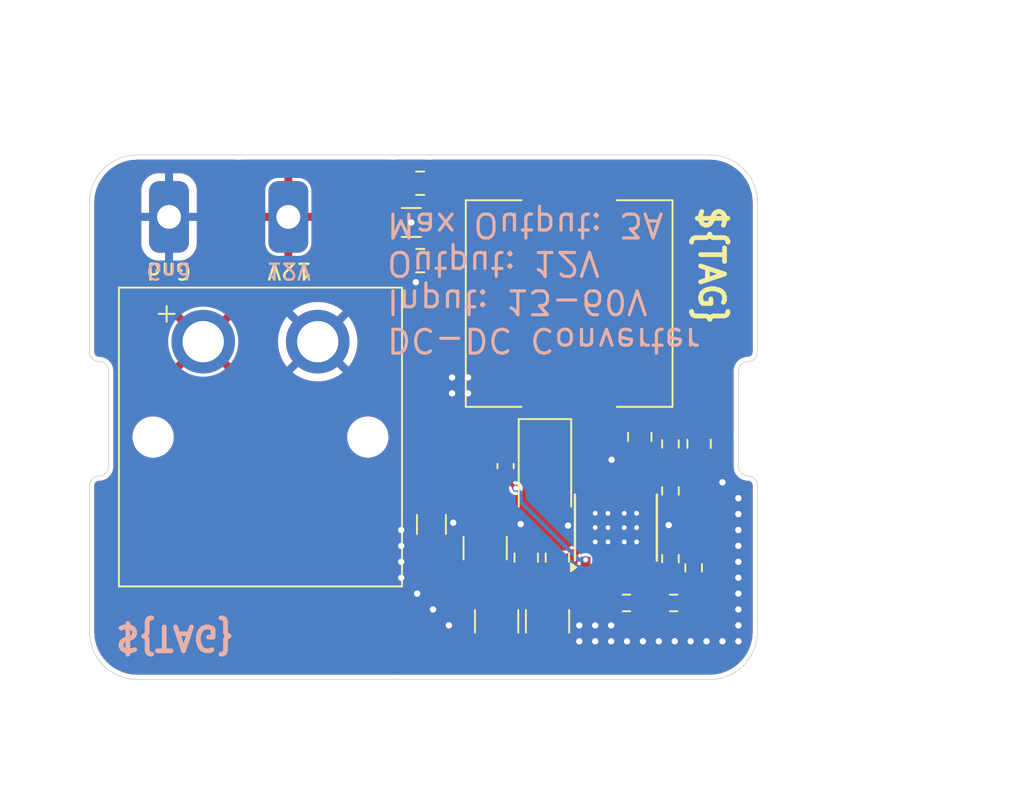
<source format=kicad_pcb>
(kicad_pcb (version 20240108) (generator "pcbnew") (generator_version "8.0")
  (layers (0 "F.Cu" signal) (1 "In1.Cu" signal) (2 "In2.Cu" signal) (31 "B.Cu" signal) (34 "B.Paste" user) (35 "F.Paste" user) (36 "B.SilkS" user "B.Silkscreen") (37 "F.SilkS" user "F.Silkscreen") (38 "B.Mask" user) (39 "F.Mask" user) (44 "Edge.Cuts" user))
  (net 0 "")
  (net 1 "GND")
  (net 2 "+12V")
  (net 3 "VCC")
  (net 4 "/Boot")
  (net 5 "Net-(R5-Pad2)")
  (net 6 "/SW")
  (net 7 "/VCC_Pre_Fuse")
  (net 8 "/12V_Fused")
  (net 9 "Net-(U1-RT{slash}SYNC)")
  (net 10 "/FB")
  (net 11 "/EN")
  (footprint "Fuse:Fuse_1206_3216Metric_Pad1.42x1.75mm_HandSolder" (layer "F.Cu") (at 118.4375 39.45)
    (property "Reference" "F2" (hide yes))
    (property "Value" "4A")
    (fp_line (start -0.602064 -0.91) (end 0.602064 -0.91) (stroke (width 0.12)) (layer "F.SilkS"))
    (fp_line (start -0.602064 0.91) (end 0.602064 0.91) (stroke (width 0.12)) (layer "F.SilkS"))
    (pad "1" smd roundrect (at -1.4875 0) (size 1.425 1.75) (layers "F.Cu" "F.Paste" "F.Mask") (roundrect_rratio 0.175439) (net 8 "/12V_Fused"))
    (pad "2" smd roundrect (at 1.4875 0) (size 1.425 1.75) (layers "F.Cu" "F.Paste" "F.Mask") (roundrect_rratio 0.175439) (net 2 "+12V"))
  )
  (footprint "battery-dc-dc-converter:hole-pad" (layer "F.Cu") (at 103.2 39.2)
    (property "Reference" "J3" (hide yes))
    (property "Value" "Conn_01x01")
    (pad "1" thru_hole roundrect (at 0 -0.1) (size 2.5 4.5) (drill 1.5) (layers "*.Cu" "*.Mask") (net 1 "GND"))
  )
  (footprint "battery-dc-dc-converter:hole-pad" (layer "F.Cu") (at 110.7 39.2)
    (property "Reference" "J2" (hide yes))
    (property "Value" "Conn_01x01")
    (pad "1" thru_hole roundrect (at 0 -0.1) (size 2.5 4.5) (drill 1.5) (layers "*.Cu" "*.Mask") (net 8 "/12V_Fused"))
  )
  (footprint "Resistor_SMD:R_0603_1608Metric" (layer "F.Cu") (at 134.73 60.6 90)
    (property "Reference" "R1" (hide yes))
    (property "Value" "49K9")
    (fp_line (start -0.237258 -0.5225) (end 0.237258 -0.5225) (stroke (width 0.12)) (layer "F.SilkS"))
    (fp_line (start -0.237258 0.5225) (end 0.237258 0.5225) (stroke (width 0.12)) (layer "F.SilkS"))
    (pad "1" smd roundrect (at -0.825 0 90) (size 0.8 0.95) (layers "F.Cu" "F.Paste" "F.Mask") (net 9 "Net-(U1-RT{slash}SYNC)"))
    (pad "2" smd roundrect (at 0.825 0 90) (size 0.8 0.95) (layers "F.Cu" "F.Paste" "F.Mask") (net 1 "GND"))
  )
  (footprint "Capacitor_SMD:C_0805_2012Metric" (layer "F.Cu") (at 132.8 52.94 -90)
    (property "Reference" "C1" (hide yes))
    (property "Value" "22uF")
    (fp_line (start -0.261252 0.735) (end 0.261252 0.735) (stroke (width 0.12)) (layer "F.SilkS"))
    (fp_line (start -0.261252 -0.735) (end 0.261252 -0.735) (stroke (width 0.12)) (layer "F.SilkS"))
    (pad "1" smd roundrect (at -0.95 0 270) (size 1 1.45) (layers "F.Cu" "F.Paste" "F.Mask") (net 2 "+12V"))
    (pad "2" smd roundrect (at 0.95 0 270) (size 1 1.45) (layers "F.Cu" "F.Paste" "F.Mask") (net 1 "GND"))
  )
  (footprint "Capacitor_SMD:C_0805_2012Metric" (layer "F.Cu") (at 127.62 60.54 90)
    (property "Reference" "C7" (hide yes))
    (property "Value" "220nF")
    (fp_line (start -0.261252 -0.735) (end 0.261252 -0.735) (stroke (width 0.12)) (layer "F.SilkS"))
    (fp_line (start -0.261252 0.735) (end 0.261252 0.735) (stroke (width 0.12)) (layer "F.SilkS"))
    (pad "1" smd roundrect (at -0.95 0 90) (size 1 1.45) (layers "F.Cu" "F.Paste" "F.Mask") (net 3 "VCC"))
    (pad "2" smd roundrect (at 0.95 0 90) (size 1 1.45) (layers "F.Cu" "F.Paste" "F.Mask") (net 1 "GND"))
  )
  (footprint "Diode_SMD:D_SMA" (layer "F.Cu") (at 126.84 55.33 -90)
    (property "Reference" "D1" (hide yes))
    (property "Value" "D_Shockley")
    (fp_line (start -3.51 1.65) (end 2 1.65) (stroke (width 0.12)) (layer "F.SilkS"))
    (fp_line (start -3.51 -1.65) (end -3.51 1.65) (stroke (width 0.12)) (layer "F.SilkS"))
    (fp_line (start -3.51 -1.65) (end 2 -1.65) (stroke (width 0.12)) (layer "F.SilkS"))
    (pad "1" smd roundrect (at -2 0 270) (size 2.5 1.8) (layers "F.Cu" "F.Paste" "F.Mask") (roundrect_rratio 0.1388888889) (net 6 "/SW"))
    (pad "2" smd roundrect (at 2 0 270) (size 2.5 1.8) (layers "F.Cu" "F.Paste" "F.Mask") (roundrect_rratio 0.1388888889) (net 1 "GND"))
  )
  (footprint "Capacitor_SMD:C_0603_1608Metric" (layer "F.Cu") (at 124.36 54.78 -90)
    (property "Reference" "C4" (hide yes))
    (property "Value" "100nF")
    (fp_line (start -0.14058 0.51) (end 0.14058 0.51) (stroke (width 0.12)) (layer "F.SilkS"))
    (fp_line (start -0.14058 -0.51) (end 0.14058 -0.51) (stroke (width 0.12)) (layer "F.SilkS"))
    (pad "1" smd roundrect (at -0.775 0 270) (size 0.9 0.95) (layers "F.Cu" "F.Paste" "F.Mask") (net 6 "/SW"))
    (pad "2" smd roundrect (at 0.775 0 270) (size 0.9 0.95) (layers "F.Cu" "F.Paste" "F.Mask") (net 4 "/Boot"))
  )
  (footprint "Capacitor_SMD:C_0805_2012Metric" (layer "F.Cu") (at 125.66 60.54 90)
    (property "Reference" "C3" (hide yes))
    (property "Value" "220nF")
    (fp_line (start -0.261252 -0.735) (end 0.261252 -0.735) (stroke (width 0.12)) (layer "F.SilkS"))
    (fp_line (start -0.261252 0.735) (end 0.261252 0.735) (stroke (width 0.12)) (layer "F.SilkS"))
    (pad "1" smd roundrect (at -0.95 0 90) (size 1 1.45) (layers "F.Cu" "F.Paste" "F.Mask") (net 3 "VCC"))
    (pad "2" smd roundrect (at 0.95 0 90) (size 1 1.45) (layers "F.Cu" "F.Paste" "F.Mask") (net 1 "GND"))
  )
  (footprint "Resistor_SMD:R_0603_1608Metric" (layer "F.Cu") (at 134.73 56.34 -90)
    (property "Reference" "R3" (hide yes))
    (property "Value" "10K")
    (fp_line (start -0.237258 0.5225) (end 0.237258 0.5225) (stroke (width 0.12)) (layer "F.SilkS"))
    (fp_line (start -0.237258 -0.5225) (end 0.237258 -0.5225) (stroke (width 0.12)) (layer "F.SilkS"))
    (pad "1" smd roundrect (at -0.825 0 270) (size 0.8 0.95) (layers "F.Cu" "F.Paste" "F.Mask") (net 10 "/FB"))
    (pad "2" smd roundrect (at 0.825 0 270) (size 0.8 0.95) (layers "F.Cu" "F.Paste" "F.Mask") (net 1 "GND"))
  )
  (footprint "Capacitor_SMD:C_0805_2012Metric" (layer "F.Cu") (at 118.99 36.98 180)
    (property "Reference" "C2" (hide yes))
    (property "Value" "22uF")
    (fp_line (start -0.261252 0.735) (end 0.261252 0.735) (stroke (width 0.12)) (layer "F.SilkS"))
    (fp_line (start -0.261252 -0.735) (end 0.261252 -0.735) (stroke (width 0.12)) (layer "F.SilkS"))
    (pad "1" smd roundrect (at -0.95 0 180) (size 1 1.45) (layers "F.Cu" "F.Paste" "F.Mask") (net 2 "+12V"))
    (pad "2" smd roundrect (at 0.95 0 180) (size 1 1.45) (layers "F.Cu" "F.Paste" "F.Mask") (net 1 "GND"))
  )
  (footprint "Capacitor_SMD:C_1210_3225Metric" (layer "F.Cu") (at 127 64.54 -90)
    (property "Reference" "C6" (hide yes))
    (property "Value" "2.2uF")
    (fp_line (start -0.711252 1.36) (end 0.711252 1.36) (stroke (width 0.12)) (layer "F.SilkS"))
    (fp_line (start -0.711252 -1.36) (end 0.711252 -1.36) (stroke (width 0.12)) (layer "F.SilkS"))
    (pad "1" smd roundrect (at -1.475 0 270) (size 1.15 2.7) (layers "F.Cu" "F.Paste" "F.Mask") (roundrect_rratio 0.217391) (net 3 "VCC"))
    (pad "2" smd roundrect (at 1.475 0 270) (size 1.15 2.7) (layers "F.Cu" "F.Paste" "F.Mask") (roundrect_rratio 0.217391) (net 1 "GND"))
  )
  (footprint "Package_SO:TI_SO-PowerPAD-8" (layer "F.Cu") (at 131.3 58.65 90)
    (property "Reference" "U1" (hide yes))
    (property "Value" "LMR16030P")
    (fp_line (start -2.075 -2.575) (end 2.075 -2.575) (stroke (width 0.15)) (layer "F.SilkS"))
    (fp_line (start -2.075 2.575) (end 2.075 2.575) (stroke (width 0.15)) (layer "F.SilkS"))
    (fp_poly (pts (xy -2.5 -2.5) (xy -2.74 -2.83) (xy -2.26 -2.83) (xy -2.5 -2.5)) (stroke (width 0.12)) (fill solid) (layer "F.SilkS"))
    (pad "1" smd rect (at -2.78 -1.905 90) (size 1.91 0.61) (layers "F.Cu" "F.Paste" "F.Mask") (net 4 "/Boot"))
    (pad "2" smd rect (at -2.78 -0.635 90) (size 1.91 0.61) (layers "F.Cu" "F.Paste" "F.Mask") (net 3 "VCC"))
    (pad "3" smd rect (at -2.78 0.635 90) (size 1.91 0.61) (layers "F.Cu" "F.Paste" "F.Mask") (net 11 "/EN"))
    (pad "4" smd rect (at -2.78 1.905 90) (size 1.91 0.61) (layers "F.Cu" "F.Paste" "F.Mask") (net 9 "Net-(U1-RT{slash}SYNC)"))
    (pad "5" smd rect (at 2.78 1.905 90) (size 1.91 0.61) (layers "F.Cu" "F.Paste" "F.Mask") (net 10 "/FB"))
    (pad "6" smd rect (at 2.78 0.635 90) (size 1.91 0.61) (layers "F.Cu" "F.Paste" "F.Mask"))
    (pad "7" smd rect (at 2.78 -0.635 90) (size 1.91 0.61) (layers "F.Cu" "F.Paste" "F.Mask") (net 1 "GND"))
    (pad "8" smd rect (at 2.78 -1.905 90) (size 1.91 0.61) (layers "F.Cu" "F.Paste" "F.Mask") (net 6 "/SW"))
    (pad "9" smd rect (at -0.6025 -0.775 90) (size 1.205 1.55) (layers "F.Cu" "F.Paste" "F.Mask") (net 1 "GND"))
    (pad "9" smd rect (at -0.6025 0.775 90) (size 1.205 1.55) (layers "F.Cu" "F.Paste" "F.Mask") (net 1 "GND"))
    (pad "9" smd rect (at 0.6025 -0.775 90) (size 1.205 1.55) (layers "F.Cu" "F.Paste" "F.Mask") (net 1 "GND"))
    (pad "9" smd rect (at 0.6025 0.775 90) (size 1.205 1.55) (layers "F.Cu" "F.Paste" "F.Mask") (net 1 "GND"))
  )
  (footprint "Capacitor_SMD:C_1210_3225Metric" (layer "F.Cu") (at 123.08 59.94 90)
    (property "Reference" "C5" (hide yes))
    (property "Value" "2.2uF")
    (fp_line (start -0.711252 -1.36) (end 0.711252 -1.36) (stroke (width 0.12)) (layer "F.SilkS"))
    (fp_line (start -0.711252 1.36) (end 0.711252 1.36) (stroke (width 0.12)) (layer "F.SilkS"))
    (pad "1" smd roundrect (at -1.475 0 90) (size 1.15 2.7) (layers "F.Cu" "F.Paste" "F.Mask") (roundrect_rratio 0.217391) (net 3 "VCC"))
    (pad "2" smd roundrect (at 1.475 0 90) (size 1.15 2.7) (layers "F.Cu" "F.Paste" "F.Mask") (roundrect_rratio 0.217391) (net 1 "GND"))
  )
  (footprint "scooter-ps:xt60pw-m" (layer "F.Cu") (at 108.95 46.95 180)
    (property "Reference" "J1" (hide yes))
    (property "Value" "Conn_01x02" (hide yes))
    (fp_line (start 8.9 3.4) (end 8.9 -15.4) (stroke (width 0.12)) (layer "F.SilkS"))
    (fp_line (start 8.9 -15.4) (end -8.9 -15.4) (stroke (width 0.12)) (layer "F.SilkS"))
    (fp_line (start 5.9 1.25) (end 5.9 2.25) (stroke (width 0.12)) (layer "F.SilkS"))
    (fp_line (start 5.4 1.75) (end 6.4 1.75) (stroke (width 0.12)) (layer "F.SilkS"))
    (fp_line (start -8.9 3.4) (end 8.9 3.4) (stroke (width 0.12)) (layer "F.SilkS"))
    (fp_line (start -8.9 -15.4) (end -8.9 3.4) (stroke (width 0.12)) (layer "F.SilkS"))
    (pad "" np_thru_hole circle (at -6.75 -6 180) (size 1.6 1.6) (drill 1.6) (layers "*.Cu" "*.Mask") (clearance 0.5))
    (pad "" np_thru_hole circle (at 6.75 -6 180) (size 1.6 1.6) (drill 1.6) (layers "*.Cu" "*.Mask") (clearance 0.5))
    (pad "1" thru_hole circle (at -3.6 0 180) (size 4 4) (drill 2.6) (layers "*.Cu" "*.Mask") (net 1 "GND"))
    (pad "2" thru_hole circle (at 3.6 0 180) (size 4 4) (drill 2.6) (layers "*.Cu" "*.Mask") (net 7 "/VCC_Pre_Fuse"))
  )
  (footprint "Fuse:Fuse_1206_3216Metric_Pad1.42x1.75mm_HandSolder" (layer "F.Cu") (at 119.7 58.45 90)
    (property "Reference" "F1" (hide yes))
    (property "Value" "4A")
    (fp_line (start -0.602064 -0.91) (end 0.602064 -0.91) (stroke (width 0.12)) (layer "F.SilkS"))
    (fp_line (start -0.602064 0.91) (end 0.602064 0.91) (stroke (width 0.12)) (layer "F.SilkS"))
    (pad "1" smd roundrect (at -1.4875 0 90) (size 1.425 1.75) (layers "F.Cu" "F.Paste" "F.Mask") (roundrect_rratio 0.175439) (net 3 "VCC"))
    (pad "2" smd roundrect (at 1.4875 0 90) (size 1.425 1.75) (layers "F.Cu" "F.Paste" "F.Mask") (roundrect_rratio 0.175439) (net 7 "/VCC_Pre_Fuse"))
  )
  (footprint "Resistor_SMD:R_0603_1608Metric" (layer "F.Cu") (at 131.965 63.39)
    (property "Reference" "R4" (hide yes))
    (property "Value" "1M")
    (fp_line (start -0.237258 -0.5225) (end 0.237258 -0.5225) (stroke (width 0.12)) (layer "F.SilkS"))
    (fp_line (start -0.237258 0.5225) (end 0.237258 0.5225) (stroke (width 0.12)) (layer "F.SilkS"))
    (pad "1" smd roundrect (at -0.825 0) (size 0.8 0.95) (layers "F.Cu" "F.Paste" "F.Mask") (net 3 "VCC"))
    (pad "2" smd roundrect (at 0.825 0) (size 0.8 0.95) (layers "F.Cu" "F.Paste" "F.Mask") (net 11 "/EN"))
  )
  (footprint "Resistor_SMD:R_0603_1608Metric" (layer "F.Cu") (at 134.93 63.39)
    (property "Reference" "R5" (hide yes))
    (property "Value" "33K")
    (fp_line (start -0.237258 -0.5225) (end 0.237258 -0.5225) (stroke (width 0.12)) (layer "F.SilkS"))
    (fp_line (start -0.237258 0.5225) (end 0.237258 0.5225) (stroke (width 0.12)) (layer "F.SilkS"))
    (pad "1" smd roundrect (at -0.825 0) (size 0.8 0.95) (layers "F.Cu" "F.Paste" "F.Mask") (net 11 "/EN"))
    (pad "2" smd roundrect (at 0.825 0) (size 0.8 0.95) (layers "F.Cu" "F.Paste" "F.Mask") (net 5 "Net-(R5-Pad2)"))
  )
  (footprint "Resistor_SMD:R_0603_1608Metric" (layer "F.Cu") (at 136.19 61.18 90)
    (property "Reference" "R6" (hide yes))
    (property "Value" "3k9")
    (fp_line (start -0.237258 -0.5225) (end 0.237258 -0.5225) (stroke (width 0.12)) (layer "F.SilkS"))
    (fp_line (start -0.237258 0.5225) (end 0.237258 0.5225) (stroke (width 0.12)) (layer "F.SilkS"))
    (pad "1" smd roundrect (at -0.825 0 90) (size 0.8 0.95) (layers "F.Cu" "F.Paste" "F.Mask") (net 5 "Net-(R5-Pad2)"))
    (pad "2" smd roundrect (at 0.825 0 90) (size 0.8 0.95) (layers "F.Cu" "F.Paste" "F.Mask") (net 1 "GND"))
  )
  (footprint "battery-dc-dc-converter:SWRH1207B" (layer "F.Cu") (at 128.36 44.55 90)
    (property "Reference" "L1" (hide yes))
    (property "Value" "15uH")
    (fp_line (start 6.5 -6.5) (end 6.5 -3) (stroke (width 0.12)) (layer "F.SilkS"))
    (fp_line (start -6.5 -6.5) (end 6.5 -6.5) (stroke (width 0.12)) (layer "F.SilkS"))
    (fp_line (start -6.5 -3) (end -6.5 -6.5) (stroke (width 0.12)) (layer "F.SilkS"))
    (fp_line (start 6.5 3) (end 6.5 6.5) (stroke (width 0.12)) (layer "F.SilkS"))
    (fp_line (start 6.5 6.5) (end -6.5 6.5) (stroke (width 0.12)) (layer "F.SilkS"))
    (fp_line (start -6.5 6.5) (end -6.5 3) (stroke (width 0.12)) (layer "F.SilkS"))
    (pad "1" smd roundrect (at -5 0 90) (size 3 5.4) (layers "F.Cu" "F.Paste" "F.Mask") (roundrect_rratio 0.1) (net 6 "/SW") (clearance 0.5) (thermal_gap 0.5))
    (pad "2" smd roundrect (at 5 0 90) (size 3 5.4) (layers "F.Cu" "F.Paste" "F.Mask") (roundrect_rratio 0.1) (net 2 "+12V") (clearance 0.5) (thermal_gap 0.5))
  )
  (footprint "Capacitor_SMD:C_1210_3225Metric" (layer "F.Cu") (at 123.8 64.545 -90)
    (property "Reference" "C9" (hide yes))
    (property "Value" "2.2uF")
    (fp_line (start -0.711252 1.36) (end 0.711252 1.36) (stroke (width 0.12)) (layer "F.SilkS"))
    (fp_line (start -0.711252 -1.36) (end 0.711252 -1.36) (stroke (width 0.12)) (layer "F.SilkS"))
    (pad "1" smd roundrect (at -1.475 0 270) (size 1.15 2.7) (layers "F.Cu" "F.Paste" "F.Mask") (roundrect_rratio 0.217391) (net 3 "VCC"))
    (pad "2" smd roundrect (at 1.475 0 270) (size 1.15 2.7) (layers "F.Cu" "F.Paste" "F.Mask") (roundrect_rratio 0.217391) (net 1 "GND"))
  )
  (footprint "Capacitor_SMD:C_0805_2012Metric" (layer "F.Cu") (at 136.53 53.38 -90)
    (property "Reference" "C10" (hide yes))
    (property "Value" "22uF")
    (fp_line (start -0.261252 0.735) (end 0.261252 0.735) (stroke (width 0.12)) (layer "F.SilkS"))
    (fp_line (start -0.261252 -0.735) (end 0.261252 -0.735) (stroke (width 0.12)) (layer "F.SilkS"))
    (pad "1" smd roundrect (at -0.95 0 270) (size 1 1.45) (layers "F.Cu" "F.Paste" "F.Mask") (net 2 "+12V"))
    (pad "2" smd roundrect (at 0.95 0 270) (size 1 1.45) (layers "F.Cu" "F.Paste" "F.Mask") (net 1 "GND"))
  )
  (footprint "Capacitor_SMD:C_0805_2012Metric" (layer "F.Cu") (at 119 41.85 180)
    (property "Reference" "C11" (hide yes))
    (property "Value" "22uF")
    (fp_line (start -0.261252 0.735) (end 0.261252 0.735) (stroke (width 0.12)) (layer "F.SilkS"))
    (fp_line (start -0.261252 -0.735) (end 0.261252 -0.735) (stroke (width 0.12)) (layer "F.SilkS"))
    (pad "1" smd roundrect (at -0.95 0 180) (size 1 1.45) (layers "F.Cu" "F.Paste" "F.Mask") (net 2 "+12V"))
    (pad "2" smd roundrect (at 0.95 0 180) (size 1 1.45) (layers "F.Cu" "F.Paste" "F.Mask") (net 1 "GND"))
  )
  (footprint "Resistor_SMD:R_0603_1608Metric" (layer "F.Cu") (at 134.73 53.38 -90)
    (property "Reference" "R2" (hide yes))
    (property "Value" "150K")
    (fp_line (start -0.237258 0.5225) (end 0.237258 0.5225) (stroke (width 0.12)) (layer "F.SilkS"))
    (fp_line (start -0.237258 -0.5225) (end 0.237258 -0.5225) (stroke (width 0.12)) (layer "F.SilkS"))
    (pad "1" smd roundrect (at -0.825 0 270) (size 0.8 0.95) (layers "F.Cu" "F.Paste" "F.Mask") (net 2 "+12V"))
    (pad "2" smd roundrect (at 0.825 0 270) (size 0.8 0.95) (layers "F.Cu" "F.Paste" "F.Mask") (net 10 "/FB"))
  )
  (footprint "PCM_kikit:Tab" (layer "F.Cu") (at 131.4 69 90)
    (property "Reference" "REF**" (hide yes))
    (property "Value" "Tab")
  )
  (footprint "PCM_kikit:Tab" (layer "F.Cu") (at 107 69 90)
    (property "Reference" "REF**" (hide yes))
    (property "Value" "Tab")
  )
  (footprint "PCM_kikit:Tab" (layer "F.Cu") (at 107 34.44 -90)
    (property "Reference" "REF**" (hide yes))
    (property "Value" "Tab")
  )
  (footprint "PCM_kikit:Tab" (layer "F.Cu") (at 131.4 35 -90)
    (property "Reference" "REF**" (hide yes))
    (property "Value" "Tab")
  )
  (footprint "PCM_kikit:Tab" (layer "F.Cu") (at 140.43 51.8 180)
    (property "Reference" "REF**" (hide yes))
    (property "Value" "Tab")
  )
  (footprint "PCM_kikit:Tab" (layer "F.Cu") (at 98.92 51.8)
    (property "Reference" "REF**" (hide yes))
    (property "Value" "Tab")
  )
  (gr_line (start 140.2 64.4) (end 140.2 65.2) (stroke (width 0.05)) (layer "Edge.Cuts"))
  (gr_line (start 98.2 65.2) (end 98.2 64.4) (stroke (width 0.05)) (layer "Edge.Cuts"))
  (gr_line (start 98.2 38.8) (end 98.2 38.2) (stroke (width 0.05)) (layer "Edge.Cuts"))
  (gr_line (start 101.2 68.2) (end 102.4 68.2) (stroke (width 0.05)) (layer "Edge.Cuts"))
  (gr_line (start 136 68.2) (end 137.2 68.2) (stroke (width 0.05)) (layer "Edge.Cuts"))
  (gr_line (start 137.2 35.2) (end 101.2 35.2) (stroke (width 0.05)) (layer "Edge.Cuts"))
  (gr_line (start 102.4 68.2) (end 136 68.2) (stroke (width 0.05)) (layer "Edge.Cuts"))
  (gr_line (start 98.2 38.8) (end 98.2 47.6) (stroke (width 0.05)) (layer "Edge.Cuts"))
  (gr_line (start 98.2 64.4) (end 98.2 56) (stroke (width 0.05)) (layer "Edge.Cuts"))
  (gr_line (start 99.4 54.8) (end 99.4 48.8) (stroke (width 0.05)) (layer "Edge.Cuts"))
  (gr_line (start 139 54.8) (end 139 48.8) (stroke (width 0.05)) (layer "Edge.Cuts"))
  (gr_line (start 140.2 47.6) (end 140.2 38.2) (stroke (width 0.05)) (layer "Edge.Cuts"))
  (gr_line (start 140.2 64.4) (end 140.2 56) (stroke (width 0.05)) (layer "Edge.Cuts"))
  (gr_arc (start 99.4 54.8) (mid 99.224264 55.224264) (end 98.8 55.4) (stroke (width 0.05)) (layer "Edge.Cuts"))
  (gr_arc (start 139.6 55.4) (mid 140.024264 55.575736) (end 140.2 56) (stroke (width 0.05)) (layer "Edge.Cuts"))
  (gr_arc (start 98.8 48.2) (mid 98.375736 48.024264) (end 98.2 47.6) (stroke (width 0.05)) (layer "Edge.Cuts"))
  (gr_arc (start 101.2 68.2) (mid 99.07868 67.32132) (end 98.2 65.2) (stroke (width 0.05)) (layer "Edge.Cuts"))
  (gr_arc (start 98.8 48.2) (mid 99.224264 48.375736) (end 99.4 48.8) (stroke (width 0.05)) (layer "Edge.Cuts"))
  (gr_arc (start 139 48.8) (mid 139.175736 48.375736) (end 139.6 48.2) (stroke (width 0.05)) (layer "Edge.Cuts"))
  (gr_arc (start 140.2 65.2) (mid 139.32132 67.32132) (end 137.2 68.2) (stroke (width 0.05)) (layer "Edge.Cuts"))
  (gr_arc (start 140.2 47.6) (mid 140.024264 48.024264) (end 139.6 48.2) (stroke (width 0.05)) (layer "Edge.Cuts"))
  (gr_arc (start 139.6 55.4) (mid 139.175736 55.224264) (end 139 54.8) (stroke (width 0.05)) (layer "Edge.Cuts"))
  (gr_arc (start 137.2 35.2) (mid 139.32132 36.07868) (end 140.2 38.2) (stroke (width 0.05)) (layer "Edge.Cuts"))
  (gr_arc (start 98.2 38.2) (mid 99.07868 36.07868) (end 101.2 35.2) (stroke (width 0.05)) (layer "Edge.Cuts"))
  (gr_arc (start 98.2 56) (mid 98.375736 55.575736) (end 98.8 55.4) (stroke (width 0.05)) (layer "Edge.Cuts"))
  (gr_text "DC-DC Converter\nInput: 13-60V\nOutput: 12V\nMax Output: 3A\n" (at 116.79 38.73 180) (layer "B.SilkS") (effects (font (size 1.5 1.5) (thickness 0.2)) (justify left bottom mirror)))
  (gr_text "Gnd" (at 103.17 42.5 180) (layer "B.SilkS") (effects (font (size 1 1)) (justify mirror)))
  (gr_text "${TAG}" (at 99.7 64.7 180) (layer "B.SilkS") (effects (font (size 1.5 1.5) (thickness 0.3) (bold yes)) (justify left bottom mirror)))
  (gr_text "12V" (at 110.73 42.5 180) (layer "B.SilkS") (effects (font (size 1 1)) (justify mirror)))
  (gr_text "12V" (at 110.78 42.5 180) (layer "F.SilkS") (effects (font (size 1 1))))
  (gr_text "Gnd" (at 103.2 42.5 180) (layer "F.SilkS") (effects (font (size 1 1))))
  (gr_text "${TAG}" (at 136.43 46.03 -90) (layer "F.SilkS") (effects (font (size 1.5 1.5) (thickness 0.3) (bold yes)) (justify right bottom)))
  (segment (start 131.3 58.65) (end 131.3 59.05) (width 0.25) (layer "F.Cu") (net 1))
  (segment (start 130.8 58.65) (end 130 58.65) (width 0.25) (layer "F.Cu") (net 1))
  (segment (start 131.3 59.05) (end 131.8 59.55) (width 0.25) (layer "F.Cu") (net 1))
  (segment (start 131.7 58.65) (end 131.8 58.65) (width 0.25) (layer "F.Cu") (net 1))
  (segment (start 131.3 58.25) (end 131.8 57.75) (width 0.25) (layer "F.Cu") (net 1))
  (segment (start 131.3 58.25) (end 130.8 57.75) (width 0.25) (layer "F.Cu") (net 1))
  (segment (start 131.8 58.65) (end 132.6 57.75) (width 0.25) (layer "F.Cu") (net 1))
  (segment (start 131.3 58.65) (end 130.9 58.65) (width 0.25) (layer "F.Cu") (net 1))
  (segment (start 130.9 58.65) (end 130 59.55) (width 0.25) (layer "F.Cu") (net 1))
  (segment (start 131.3 58.65) (end 131.8 58.65) (width 0.25) (layer "F.Cu") (net 1))
  (segment (start 131.7 58.65) (end 132.6 59.55) (width 0.25) (layer "F.Cu") (net 1))
  (segment (start 131.3 58.65) (end 131.3 58.25) (width 0.25) (layer "F.Cu") (net 1))
  (segment (start 131.3 59.05) (end 130.8 59.55) (width 0.25) (layer "F.Cu") (net 1))
  (segment (start 130.9 58.65) (end 130 57.75) (width 0.25) (layer "F.Cu") (net 1))
  (segment (start 131.3 58.65) (end 131.7 58.65) (width 0.25) (layer "F.Cu") (net 1))
  (segment (start 131.3 58.65) (end 132.6 58.65) (width 0.25) (layer "F.Cu") (net 1))
  (segment (start 131.3 58.65) (end 130.8 58.65) (width 0.25) (layer "F.Cu") (net 1))
  (via (at 130 59.55) (size 0.45) (drill 0.3) (layers "F.Cu" "B.Cu") (net 1))
  (via (at 130 57.75) (size 0.45) (drill 0.3) (layers "F.Cu" "B.Cu") (net 1))
  (via (at 130 58.65) (size 0.45) (drill 0.3) (layers "F.Cu" "B.Cu") (net 1))
  (via (at 139 57.8) (size 0.8) (drill 0.4) (layers "F.Cu" "B.Cu") (net 1))
  (via (at 121 49.2) (size 0.8) (drill 0.4) (layers "F.Cu" "B.Cu") (net 1))
  (via (at 139 60.8) (size 0.8) (drill 0.4) (layers "F.Cu" "B.Cu") (net 1))
  (via (at 134 65.8) (size 0.8) (drill 0.4) (layers "F.Cu" "B.Cu") (net 1))
  (via (at 125.31 58.43) (size 0.8) (drill 0.4) (layers "F.Cu" "B.Cu") (net 1))
  (via (at 135 65.8) (size 0.8) (drill 0.4) (layers "F.Cu" "B.Cu") (net 1))
  (via (at 132.6 57.75) (size 0.45) (drill 0.3) (layers "F.Cu" "B.Cu") (net 1))
  (via (at 138 55.8) (size 0.8) (drill 0.4) (layers "F.Cu" "B.Cu") (net 1))
  (via (at 117.8 59.8) (size 0.8) (drill 0.4) (layers "F.Cu" "B.Cu") (net 1))
  (via (at 134.62 58.49) (size 0.8) (drill 0.4) (layers "F.Cu" "B.Cu") (net 1))
  (via (at 130.8 58.65) (size 0.45) (drill 0.3) (layers "F.Cu" "B.Cu") (net 1))
  (via (at 132 65.8) (size 0.8) (drill 0.4) (layers "F.Cu" "B.Cu") (net 1))
  (via (at 129 64.8) (size 0.8) (drill 0.4) (layers "F.Cu" "B.Cu") (net 1))
  (via (at 119.8 63.8) (size 0.8) (drill 0.4) (layers "F.Cu" "B.Cu") (net 1))
  (via (at 130 65.8) (size 0.8) (drill 0.4) (layers "F.Cu" "B.Cu") (net 1))
  (via (at 128.29 58.52) (size 0.8) (drill 0.4) (layers "F.Cu" "B.Cu") (net 1))
  (via (at 139 61.8) (size 0.8) (drill 0.4) (layers "F.Cu" "B.Cu") (net 1))
  (via (at 122 50.2) (size 0.8) (drill 0.4) (layers "F.Cu" "B.Cu") (net 1))
  (via (at 118.4375 39.45) (size 0.8) (drill 0.4) (layers "F.Cu" "B.Cu") (net 1))
  (via (at 120.8 64.8) (size 0.8) (drill 0.4) (layers "F.Cu" "B.Cu") (net 1))
  (via (at 131 64.8) (size 0.8) (drill 0.4) (layers "F.Cu" "B.Cu") (net 1))
  (via (at 139 58.8) (size 0.8) (drill 0.4) (layers "F.Cu" "B.Cu") (net 1))
  (via (at 129 65.8) (size 0.8) (drill 0.4) (layers "F.Cu" "B.Cu") (net 1))
  (via (at 118.72 43.21) (size 0.8) (drill 0.4) (layers "F.Cu" "B.Cu") (net 1))
  (via (at 130.8 59.55) (size 0.45) (drill 0.3) (layers "F.Cu" "B.Cu") (net 1))
  (via (at 130 64.8) (size 0.8) (drill 0.4) (layers "F.Cu" "B.Cu") (net 1))
  (via (at 131.03 54.38) (size 0.8) (drill 0.4) (layers "F.Cu" "B.Cu") (net 1))
  (via (at 117.8 60.8) (size 0.8) (drill 0.4) (layers "F.Cu" "B.Cu") (net 1))
  (via (at 132.6 58.65) (size 0.45) (drill 0.3) (layers "F.Cu" "B.Cu") (net 1))
  (via (at 139 59.8) (size 0.8) (drill 0.4) (layers "F.Cu" "B.Cu") (net 1))
  (via (at 139 63.8) (size 0.8) (drill 0.4) (layers "F.Cu" "B.Cu") (net 1))
  (via (at 121 50.2) (size 0.8) (drill 0.4) (layers "F.Cu" "B.Cu") (net 1))
  (via (at 122 49.2) (size 0.8) (drill 0.4) (layers "F.Cu" "B.Cu") (net 1))
  (via (at 137 65.8) (size 0.8) (drill 0.4) (layers "F.Cu" "B.Cu") (net 1))
  (via (at 139 64.8) (size 0.8) (drill 0.4) (layers "F.Cu" "B.Cu") (net 1))
  (via (at 139 62.8) (size 0.8) (drill 0.4) (layers "F.Cu" "B.Cu") (net 1))
  (via (at 117.8 61.8) (size 0.8) (drill 0.4) (layers "F.Cu" "B.Cu") (net 1))
  (via (at 136 65.8) (size 0.8) (drill 0.4) (layers "F.Cu" "B.Cu") (net 1))
  (via (at 139 65.8) (size 0.8) (drill 0.4) (layers "F.Cu" "B.Cu") (net 1))
  (via (at 133 65.8) (size 0.8) (drill 0.4) (layers "F.Cu" "B.Cu") (net 1))
  (via (at 118.8 62.8) (size 0.8) (drill 0.4) (layers "F.Cu" "B.Cu") (net 1))
  (via (at 132.6 59.55) (size 0.45) (drill 0.3) (layers "F.Cu" "B.Cu") (net 1))
  (via (at 121.07 58.34) (size 0.8) (drill 0.4) (layers "F.Cu" "B.Cu") (net 1))
  (via (at 131.825 58.65) (size 0.45) (drill 0.3) (layers "F.Cu" "B.Cu") (net 1))
  (via (at 131.825 59.55) (size 0.45) (drill 0.3) (layers "F.Cu" "B.Cu") (net 1))
  (via (at 139 56.8) (size 0.8) (drill 0.4) (layers "F.Cu" "B.Cu") (net 1))
  (via (at 130.8 57.75) (size 0.45) (drill 0.3) (layers "F.Cu" "B.Cu") (net 1))
  (via (at 138 65.8) (size 0.8) (drill 0.4) (layers "F.Cu" "B.Cu") (net 1))
  (via (at 131 65.8) (size 0.8) (drill 0.4) (layers "F.Cu" "B.Cu") (net 1))
  (via (at 131.825 57.75) (size 0.45) (drill 0.3) (layers "F.Cu" "B.Cu") (net 1))
  (via (at 117.8 58.8) (size 0.8) (drill 0.4) (layers "F.Cu" "B.Cu") (net 1))
  (segment (start 125.01 56.17) (end 124.975 56.17) (width 0.25) (layer "F.Cu") (net 4))
  (segment (start 124.975 56.17) (end 124.36 55.555) (width 0.25) (layer "F.Cu") (net 4))
  (via (at 125.01 56.17) (size 0.46) (drill 0.3) (layers "F.Cu" "B.Cu") (net 4))
  (via (at 129.395 60.674996) (size 0.46) (drill 0.3) (layers "F.Cu" "B.Cu") (net 4))
  (segment (start 125.31 57.015) (end 128.969996 60.674996) (width 0.25) (layer "B.Cu") (net 4))
  (segment (start 125.31 56.47) (end 125.01 56.17) (width 0.25) (layer "B.Cu") (net 4))
  (segment (start 128.969996 60.674996) (end 129.395 60.674996) (width 0.25) (layer "B.Cu") (net 4))
  (segment (start 125.31 57.015) (end 125.31 56.47) (width 0.25) (layer "B.Cu") (net 4))
  (segment (start 136.19 62.955) (end 135.755 63.39) (width 0.25) (layer "F.Cu") (net 5))
  (segment (start 136.19 62.005) (end 136.19 62.955) (width 0.25) (layer "F.Cu") (net 5))
  (segment (start 124.36 54.005) (end 126.165 54.005) (width 0.25) (layer "F.Cu") (net 6))
  (segment (start 126.165 54.005) (end 126.84 53.33) (width 0.25) (layer "F.Cu") (net 6))
  (segment (start 133.205 61.43) (end 134.725 61.43) (width 0.25) (layer "F.Cu") (net 9))
  (segment (start 134.725 61.43) (end 134.73 61.425) (width 0.25) (layer "F.Cu") (net 9))
  (segment (start 133.205 55.87) (end 133.83 55.87) (width 0.25) (layer "F.Cu") (net 10))
  (segment (start 133.83 55.87) (end 134.185 55.515) (width 0.25) (layer "F.Cu") (net 10))
  (segment (start 134.73 55.515) (end 134.73 54.366396) (width 0.25) (layer "F.Cu") (net 10))
  (segment (start 134.185 55.515) (end 134.73 55.515) (width 0.25) (layer "F.Cu") (net 10))
  (segment (start 134.73 54.366396) (end 134.810698 54.285698) (width 0.25) (layer "F.Cu") (net 10))
  (segment (start 132.79 63.39) (end 132.47 63.39) (width 0.25) (layer "F.Cu") (net 11))
  (segment (start 131.935 62.855) (end 131.935 61.43) (width 0.25) (layer "F.Cu") (net 11))
  (segment (start 134.105 63.39) (end 132.79 63.39) (width 0.25) (layer "F.Cu") (net 11))
  (segment (start 132.47 63.39) (end 131.935 62.855) (width 0.25) (layer "F.Cu") (net 11))
  (zone (net 1) (net_name "GND") (layer "F.Cu") (connect_pads (clearance 0.2)) (min_thickness 0.2) (fill yes (thermal_gap 0.5) (thermal_bridge_width 0.5))
    (polygon (pts (xy 117.8 68.2) (xy 98.2 68.2) (xy 98.2 35.2) (xy 117.8 35.2)))
  )
  (zone (net 7) (net_name "/VCC_Pre_Fuse") (layer "F.Cu") (priority 2) (connect_pads thru_hole_only (clearance 0.1)) (min_thickness 0.15) (fill yes (thermal_gap 0.5) (thermal_bridge_width 0.5))
    (polygon (pts (xy 108.347309 45.29) (xy 108.347309 48.1) (xy 113.912686 53.665377) (xy 119.108559 53.67) (xy 120.638277 55.2) (xy 120.627309 57.37) (xy 120.437309 57.61) (xy 109.92282 57.61282) (xy 102.45 50.13) (xy 102.45 45.29) (xy 103.807309 43.93) (xy 106.987309 43.93)))
  )
  (zone (net 8) (net_name "/12V_Fused") (layer "F.Cu") (priority 3) (connect_pads thru_hole_only (clearance 0.2)) (min_thickness 0.2) (fill yes (thermal_gap 0.5) (thermal_bridge_width 0.5))
    (polygon (pts (xy 117.2 42.7) (xy 107.7 42.7) (xy 107.7 35.2) (xy 117.2 35.2)))
  )
  (zone (net 3) (net_name "VCC") (layer "F.Cu") (priority 3) (connect_pads yes (clearance 0.2)) (min_thickness 0.2) (fill yes (thermal_gap 0.2) (thermal_bridge_width 0.508))
    (polygon (pts (xy 131.4 60.8) (xy 131.4 61.9) (xy 132.2 62.7) (xy 133.7 62.7) (xy 133.7 63.95) (xy 121.7 63.95) (xy 118.83 61.08) (xy 118.83 59.23) (xy 123.93 59.23) (xy 124.7 60) (xy 130.6 60)))
  )
  (zone (net 2) (net_name "+12V") (layer "F.Cu") (priority 1) (connect_pads yes (clearance 0.2)) (min_thickness 0.2) (fill yes (thermal_gap 0.2) (thermal_bridge_width 0.5))
    (polygon (pts (xy 140.2 35.166244) (xy 140.2 52.666244) (xy 130 52.666244) (xy 130 44.3) (xy 129.02 43.32) (xy 120.05 43.32) (xy 119.65 42.92) (xy 119.65 35.250616)))
  )
  (zone (net 6) (net_name "/SW") (layer "F.Cu") (priority 2) (connect_pads yes (clearance 0.2)) (min_thickness 0.2) (fill yes (thermal_gap 0.2) (thermal_bridge_width 0.5))
    (polygon (pts (xy 131.12 48.285771) (xy 131.12 53.194082) (xy 129.8 54.55) (xy 129.789318 56.9) (xy 128.99 56.9) (xy 128.99 55.63) (xy 128.04 54.68) (xy 125.99 54.68) (xy 125.61 54.3) (xy 125.61 48.236177) (xy 125.845466 48.008897) (xy 130.853723 48.011988)))
  )
  (zone (net 1) (net_name "GND") (layer "F.Cu") (connect_pads yes (clearance 0.2)) (min_thickness 0.2) (fill yes (thermal_gap 0.2) (thermal_bridge_width 0.5))
    (polygon (pts (xy 130.899623 35.2) (xy 131.83 35.21) (xy 131.83 52.870528) (xy 140.2 52.9) (xy 140.2 68.2) (xy 117.2 68.2) (xy 117.2 35.2)))
  )
  (zone (net 1) (net_name "GND") (layer "B.Cu") (priority 2) (connect_pads (clearance 0.2)) (min_thickness 0.2) (fill yes (thermal_gap 0.5) (thermal_bridge_width 0.5))
    (polygon (pts (xy 140.2 68.2) (xy 98.2 68.2) (xy 98.2 35.2) (xy 140.2 35.2)))
  )
)
</source>
